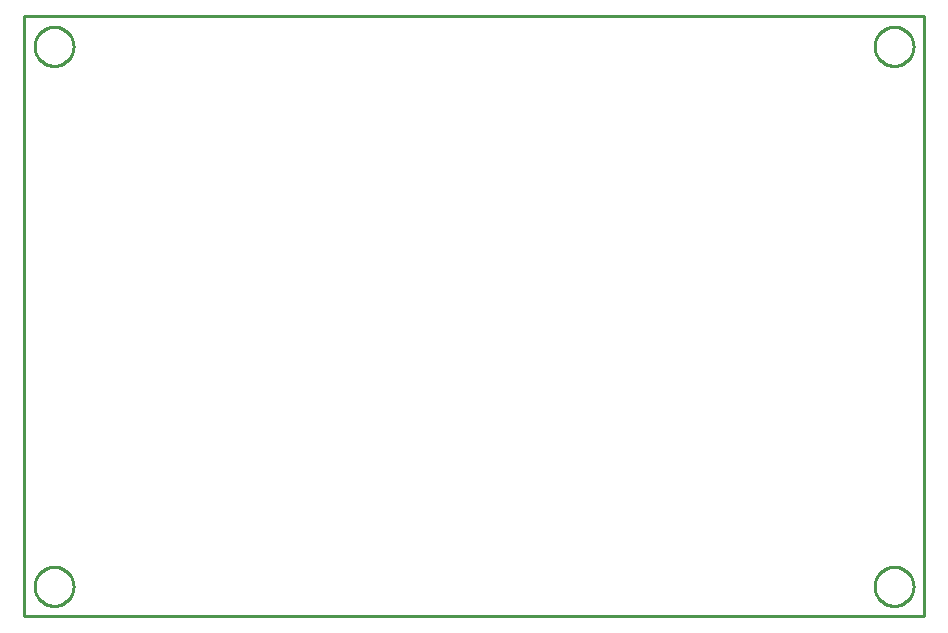
<source format=gbr>
G04 EAGLE Gerber RS-274X export*
G75*
%MOMM*%
%FSLAX34Y34*%
%LPD*%
%IN*%
%IPPOS*%
%AMOC8*
5,1,8,0,0,1.08239X$1,22.5*%
G01*
%ADD10C,0.254000*%


D10*
X0Y0D02*
X761800Y0D01*
X762000Y508000D01*
X0Y508000D01*
X0Y0D01*
X41910Y24860D02*
X41839Y23781D01*
X41698Y22709D01*
X41487Y21649D01*
X41208Y20605D01*
X40860Y19581D01*
X40446Y18583D01*
X39968Y17613D01*
X39428Y16677D01*
X38827Y15778D01*
X38169Y14921D01*
X37457Y14108D01*
X36692Y13344D01*
X35879Y12631D01*
X35022Y11973D01*
X34123Y11372D01*
X33187Y10832D01*
X32217Y10354D01*
X31219Y9940D01*
X30195Y9592D01*
X29151Y9313D01*
X28091Y9102D01*
X27019Y8961D01*
X25940Y8890D01*
X24860Y8890D01*
X23781Y8961D01*
X22709Y9102D01*
X21649Y9313D01*
X20605Y9592D01*
X19581Y9940D01*
X18583Y10354D01*
X17613Y10832D01*
X16677Y11372D01*
X15778Y11973D01*
X14921Y12631D01*
X14108Y13344D01*
X13344Y14108D01*
X12631Y14921D01*
X11973Y15778D01*
X11372Y16677D01*
X10832Y17613D01*
X10354Y18583D01*
X9940Y19581D01*
X9592Y20605D01*
X9313Y21649D01*
X9102Y22709D01*
X8961Y23781D01*
X8890Y24860D01*
X8890Y25940D01*
X8961Y27019D01*
X9102Y28091D01*
X9313Y29151D01*
X9592Y30195D01*
X9940Y31219D01*
X10354Y32217D01*
X10832Y33187D01*
X11372Y34123D01*
X11973Y35022D01*
X12631Y35879D01*
X13344Y36692D01*
X14108Y37457D01*
X14921Y38169D01*
X15778Y38827D01*
X16677Y39428D01*
X17613Y39968D01*
X18583Y40446D01*
X19581Y40860D01*
X20605Y41208D01*
X21649Y41487D01*
X22709Y41698D01*
X23781Y41839D01*
X24860Y41910D01*
X25940Y41910D01*
X27019Y41839D01*
X28091Y41698D01*
X29151Y41487D01*
X30195Y41208D01*
X31219Y40860D01*
X32217Y40446D01*
X33187Y39968D01*
X34123Y39428D01*
X35022Y38827D01*
X35879Y38169D01*
X36692Y37457D01*
X37457Y36692D01*
X38169Y35879D01*
X38827Y35022D01*
X39428Y34123D01*
X39968Y33187D01*
X40446Y32217D01*
X40860Y31219D01*
X41208Y30195D01*
X41487Y29151D01*
X41698Y28091D01*
X41839Y27019D01*
X41910Y25940D01*
X41910Y24860D01*
X753110Y24860D02*
X753039Y23781D01*
X752898Y22709D01*
X752687Y21649D01*
X752408Y20605D01*
X752060Y19581D01*
X751646Y18583D01*
X751168Y17613D01*
X750628Y16677D01*
X750027Y15778D01*
X749369Y14921D01*
X748657Y14108D01*
X747892Y13344D01*
X747079Y12631D01*
X746222Y11973D01*
X745323Y11372D01*
X744387Y10832D01*
X743417Y10354D01*
X742419Y9940D01*
X741395Y9592D01*
X740351Y9313D01*
X739291Y9102D01*
X738219Y8961D01*
X737140Y8890D01*
X736060Y8890D01*
X734981Y8961D01*
X733909Y9102D01*
X732849Y9313D01*
X731805Y9592D01*
X730781Y9940D01*
X729783Y10354D01*
X728813Y10832D01*
X727877Y11372D01*
X726978Y11973D01*
X726121Y12631D01*
X725308Y13344D01*
X724544Y14108D01*
X723831Y14921D01*
X723173Y15778D01*
X722572Y16677D01*
X722032Y17613D01*
X721554Y18583D01*
X721140Y19581D01*
X720792Y20605D01*
X720513Y21649D01*
X720302Y22709D01*
X720161Y23781D01*
X720090Y24860D01*
X720090Y25940D01*
X720161Y27019D01*
X720302Y28091D01*
X720513Y29151D01*
X720792Y30195D01*
X721140Y31219D01*
X721554Y32217D01*
X722032Y33187D01*
X722572Y34123D01*
X723173Y35022D01*
X723831Y35879D01*
X724544Y36692D01*
X725308Y37457D01*
X726121Y38169D01*
X726978Y38827D01*
X727877Y39428D01*
X728813Y39968D01*
X729783Y40446D01*
X730781Y40860D01*
X731805Y41208D01*
X732849Y41487D01*
X733909Y41698D01*
X734981Y41839D01*
X736060Y41910D01*
X737140Y41910D01*
X738219Y41839D01*
X739291Y41698D01*
X740351Y41487D01*
X741395Y41208D01*
X742419Y40860D01*
X743417Y40446D01*
X744387Y39968D01*
X745323Y39428D01*
X746222Y38827D01*
X747079Y38169D01*
X747892Y37457D01*
X748657Y36692D01*
X749369Y35879D01*
X750027Y35022D01*
X750628Y34123D01*
X751168Y33187D01*
X751646Y32217D01*
X752060Y31219D01*
X752408Y30195D01*
X752687Y29151D01*
X752898Y28091D01*
X753039Y27019D01*
X753110Y25940D01*
X753110Y24860D01*
X753110Y482060D02*
X753039Y480981D01*
X752898Y479909D01*
X752687Y478849D01*
X752408Y477805D01*
X752060Y476781D01*
X751646Y475783D01*
X751168Y474813D01*
X750628Y473877D01*
X750027Y472978D01*
X749369Y472121D01*
X748657Y471308D01*
X747892Y470544D01*
X747079Y469831D01*
X746222Y469173D01*
X745323Y468572D01*
X744387Y468032D01*
X743417Y467554D01*
X742419Y467140D01*
X741395Y466792D01*
X740351Y466513D01*
X739291Y466302D01*
X738219Y466161D01*
X737140Y466090D01*
X736060Y466090D01*
X734981Y466161D01*
X733909Y466302D01*
X732849Y466513D01*
X731805Y466792D01*
X730781Y467140D01*
X729783Y467554D01*
X728813Y468032D01*
X727877Y468572D01*
X726978Y469173D01*
X726121Y469831D01*
X725308Y470544D01*
X724544Y471308D01*
X723831Y472121D01*
X723173Y472978D01*
X722572Y473877D01*
X722032Y474813D01*
X721554Y475783D01*
X721140Y476781D01*
X720792Y477805D01*
X720513Y478849D01*
X720302Y479909D01*
X720161Y480981D01*
X720090Y482060D01*
X720090Y483140D01*
X720161Y484219D01*
X720302Y485291D01*
X720513Y486351D01*
X720792Y487395D01*
X721140Y488419D01*
X721554Y489417D01*
X722032Y490387D01*
X722572Y491323D01*
X723173Y492222D01*
X723831Y493079D01*
X724544Y493892D01*
X725308Y494657D01*
X726121Y495369D01*
X726978Y496027D01*
X727877Y496628D01*
X728813Y497168D01*
X729783Y497646D01*
X730781Y498060D01*
X731805Y498408D01*
X732849Y498687D01*
X733909Y498898D01*
X734981Y499039D01*
X736060Y499110D01*
X737140Y499110D01*
X738219Y499039D01*
X739291Y498898D01*
X740351Y498687D01*
X741395Y498408D01*
X742419Y498060D01*
X743417Y497646D01*
X744387Y497168D01*
X745323Y496628D01*
X746222Y496027D01*
X747079Y495369D01*
X747892Y494657D01*
X748657Y493892D01*
X749369Y493079D01*
X750027Y492222D01*
X750628Y491323D01*
X751168Y490387D01*
X751646Y489417D01*
X752060Y488419D01*
X752408Y487395D01*
X752687Y486351D01*
X752898Y485291D01*
X753039Y484219D01*
X753110Y483140D01*
X753110Y482060D01*
X41910Y482060D02*
X41839Y480981D01*
X41698Y479909D01*
X41487Y478849D01*
X41208Y477805D01*
X40860Y476781D01*
X40446Y475783D01*
X39968Y474813D01*
X39428Y473877D01*
X38827Y472978D01*
X38169Y472121D01*
X37457Y471308D01*
X36692Y470544D01*
X35879Y469831D01*
X35022Y469173D01*
X34123Y468572D01*
X33187Y468032D01*
X32217Y467554D01*
X31219Y467140D01*
X30195Y466792D01*
X29151Y466513D01*
X28091Y466302D01*
X27019Y466161D01*
X25940Y466090D01*
X24860Y466090D01*
X23781Y466161D01*
X22709Y466302D01*
X21649Y466513D01*
X20605Y466792D01*
X19581Y467140D01*
X18583Y467554D01*
X17613Y468032D01*
X16677Y468572D01*
X15778Y469173D01*
X14921Y469831D01*
X14108Y470544D01*
X13344Y471308D01*
X12631Y472121D01*
X11973Y472978D01*
X11372Y473877D01*
X10832Y474813D01*
X10354Y475783D01*
X9940Y476781D01*
X9592Y477805D01*
X9313Y478849D01*
X9102Y479909D01*
X8961Y480981D01*
X8890Y482060D01*
X8890Y483140D01*
X8961Y484219D01*
X9102Y485291D01*
X9313Y486351D01*
X9592Y487395D01*
X9940Y488419D01*
X10354Y489417D01*
X10832Y490387D01*
X11372Y491323D01*
X11973Y492222D01*
X12631Y493079D01*
X13344Y493892D01*
X14108Y494657D01*
X14921Y495369D01*
X15778Y496027D01*
X16677Y496628D01*
X17613Y497168D01*
X18583Y497646D01*
X19581Y498060D01*
X20605Y498408D01*
X21649Y498687D01*
X22709Y498898D01*
X23781Y499039D01*
X24860Y499110D01*
X25940Y499110D01*
X27019Y499039D01*
X28091Y498898D01*
X29151Y498687D01*
X30195Y498408D01*
X31219Y498060D01*
X32217Y497646D01*
X33187Y497168D01*
X34123Y496628D01*
X35022Y496027D01*
X35879Y495369D01*
X36692Y494657D01*
X37457Y493892D01*
X38169Y493079D01*
X38827Y492222D01*
X39428Y491323D01*
X39968Y490387D01*
X40446Y489417D01*
X40860Y488419D01*
X41208Y487395D01*
X41487Y486351D01*
X41698Y485291D01*
X41839Y484219D01*
X41910Y483140D01*
X41910Y482060D01*
M02*

</source>
